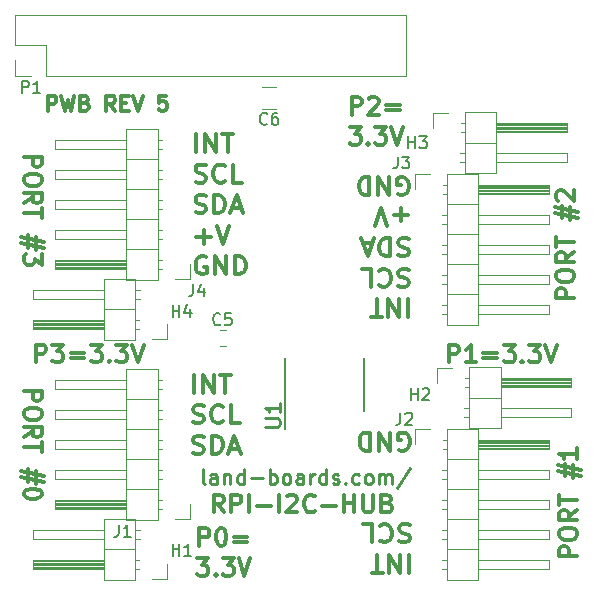
<source format=gto>
G04 #@! TF.GenerationSoftware,KiCad,Pcbnew,(5.1.5)-3*
G04 #@! TF.CreationDate,2021-02-26T08:04:36-05:00*
G04 #@! TF.ProjectId,RPI-I2C-HUB,5250492d-4932-4432-9d48-55422e6b6963,rev?*
G04 #@! TF.SameCoordinates,Original*
G04 #@! TF.FileFunction,Legend,Top*
G04 #@! TF.FilePolarity,Positive*
%FSLAX46Y46*%
G04 Gerber Fmt 4.6, Leading zero omitted, Abs format (unit mm)*
G04 Created by KiCad (PCBNEW (5.1.5)-3) date 2021-02-26 08:04:36*
%MOMM*%
%LPD*%
G04 APERTURE LIST*
%ADD10C,0.300000*%
%ADD11C,0.317500*%
%ADD12C,0.250000*%
%ADD13C,0.150000*%
%ADD14C,0.120000*%
%ADD15C,0.254000*%
G04 APERTURE END LIST*
D10*
X33780523Y-46176671D02*
X33780523Y-47700671D01*
X33024571Y-46176671D02*
X33024571Y-47700671D01*
X32117428Y-46176671D01*
X32117428Y-47700671D01*
X31588261Y-47700671D02*
X30681119Y-47700671D01*
X31134690Y-46176671D02*
X31134690Y-47700671D01*
X33856119Y-43663242D02*
X33629333Y-43590671D01*
X33251357Y-43590671D01*
X33100166Y-43663242D01*
X33024571Y-43735814D01*
X32948976Y-43880957D01*
X32948976Y-44026100D01*
X33024571Y-44171242D01*
X33100166Y-44243814D01*
X33251357Y-44316385D01*
X33553738Y-44388957D01*
X33704928Y-44461528D01*
X33780523Y-44534100D01*
X33856119Y-44679242D01*
X33856119Y-44824385D01*
X33780523Y-44969528D01*
X33704928Y-45042100D01*
X33553738Y-45114671D01*
X33175761Y-45114671D01*
X32948976Y-45042100D01*
X31361476Y-43735814D02*
X31437071Y-43663242D01*
X31663857Y-43590671D01*
X31815047Y-43590671D01*
X32041833Y-43663242D01*
X32193023Y-43808385D01*
X32268619Y-43953528D01*
X32344214Y-44243814D01*
X32344214Y-44461528D01*
X32268619Y-44751814D01*
X32193023Y-44896957D01*
X32041833Y-45042100D01*
X31815047Y-45114671D01*
X31663857Y-45114671D01*
X31437071Y-45042100D01*
X31361476Y-44969528D01*
X29925166Y-43590671D02*
X30681119Y-43590671D01*
X30681119Y-45114671D01*
X32948976Y-37284100D02*
X33100166Y-37356671D01*
X33326952Y-37356671D01*
X33553738Y-37284100D01*
X33704928Y-37138957D01*
X33780523Y-36993814D01*
X33856119Y-36703528D01*
X33856119Y-36485814D01*
X33780523Y-36195528D01*
X33704928Y-36050385D01*
X33553738Y-35905242D01*
X33326952Y-35832671D01*
X33175761Y-35832671D01*
X32948976Y-35905242D01*
X32873380Y-35977814D01*
X32873380Y-36485814D01*
X33175761Y-36485814D01*
X32193023Y-35832671D02*
X32193023Y-37356671D01*
X31285880Y-35832671D01*
X31285880Y-37356671D01*
X30529928Y-35832671D02*
X30529928Y-37356671D01*
X30151952Y-37356671D01*
X29925166Y-37284100D01*
X29773976Y-37138957D01*
X29698380Y-36993814D01*
X29622785Y-36703528D01*
X29622785Y-36485814D01*
X29698380Y-36195528D01*
X29773976Y-36050385D01*
X29925166Y-35905242D01*
X30151952Y-35832671D01*
X30529928Y-35832671D01*
X15622476Y-32444228D02*
X15622476Y-30920228D01*
X16378428Y-32444228D02*
X16378428Y-30920228D01*
X17285571Y-32444228D01*
X17285571Y-30920228D01*
X17814738Y-30920228D02*
X18721880Y-30920228D01*
X18268309Y-32444228D02*
X18268309Y-30920228D01*
X15546880Y-34957657D02*
X15773666Y-35030228D01*
X16151642Y-35030228D01*
X16302833Y-34957657D01*
X16378428Y-34885085D01*
X16454023Y-34739942D01*
X16454023Y-34594800D01*
X16378428Y-34449657D01*
X16302833Y-34377085D01*
X16151642Y-34304514D01*
X15849261Y-34231942D01*
X15698071Y-34159371D01*
X15622476Y-34086800D01*
X15546880Y-33941657D01*
X15546880Y-33796514D01*
X15622476Y-33651371D01*
X15698071Y-33578800D01*
X15849261Y-33506228D01*
X16227238Y-33506228D01*
X16454023Y-33578800D01*
X18041523Y-34885085D02*
X17965928Y-34957657D01*
X17739142Y-35030228D01*
X17587952Y-35030228D01*
X17361166Y-34957657D01*
X17209976Y-34812514D01*
X17134380Y-34667371D01*
X17058785Y-34377085D01*
X17058785Y-34159371D01*
X17134380Y-33869085D01*
X17209976Y-33723942D01*
X17361166Y-33578800D01*
X17587952Y-33506228D01*
X17739142Y-33506228D01*
X17965928Y-33578800D01*
X18041523Y-33651371D01*
X19477833Y-35030228D02*
X18721880Y-35030228D01*
X18721880Y-33506228D01*
X15546880Y-37543657D02*
X15773666Y-37616228D01*
X16151642Y-37616228D01*
X16302833Y-37543657D01*
X16378428Y-37471085D01*
X16454023Y-37325942D01*
X16454023Y-37180800D01*
X16378428Y-37035657D01*
X16302833Y-36963085D01*
X16151642Y-36890514D01*
X15849261Y-36817942D01*
X15698071Y-36745371D01*
X15622476Y-36672800D01*
X15546880Y-36527657D01*
X15546880Y-36382514D01*
X15622476Y-36237371D01*
X15698071Y-36164800D01*
X15849261Y-36092228D01*
X16227238Y-36092228D01*
X16454023Y-36164800D01*
X17134380Y-37616228D02*
X17134380Y-36092228D01*
X17512357Y-36092228D01*
X17739142Y-36164800D01*
X17890333Y-36309942D01*
X17965928Y-36455085D01*
X18041523Y-36745371D01*
X18041523Y-36963085D01*
X17965928Y-37253371D01*
X17890333Y-37398514D01*
X17739142Y-37543657D01*
X17512357Y-37616228D01*
X17134380Y-37616228D01*
X18646285Y-37180800D02*
X19402238Y-37180800D01*
X18495095Y-37616228D02*
X19024261Y-36092228D01*
X19553428Y-37616228D01*
X33717023Y-24548571D02*
X33717023Y-26072571D01*
X32961071Y-24548571D02*
X32961071Y-26072571D01*
X32053928Y-24548571D01*
X32053928Y-26072571D01*
X31524761Y-26072571D02*
X30617619Y-26072571D01*
X31071190Y-24548571D02*
X31071190Y-26072571D01*
X33792619Y-22035142D02*
X33565833Y-21962571D01*
X33187857Y-21962571D01*
X33036666Y-22035142D01*
X32961071Y-22107714D01*
X32885476Y-22252857D01*
X32885476Y-22398000D01*
X32961071Y-22543142D01*
X33036666Y-22615714D01*
X33187857Y-22688285D01*
X33490238Y-22760857D01*
X33641428Y-22833428D01*
X33717023Y-22906000D01*
X33792619Y-23051142D01*
X33792619Y-23196285D01*
X33717023Y-23341428D01*
X33641428Y-23414000D01*
X33490238Y-23486571D01*
X33112261Y-23486571D01*
X32885476Y-23414000D01*
X31297976Y-22107714D02*
X31373571Y-22035142D01*
X31600357Y-21962571D01*
X31751547Y-21962571D01*
X31978333Y-22035142D01*
X32129523Y-22180285D01*
X32205119Y-22325428D01*
X32280714Y-22615714D01*
X32280714Y-22833428D01*
X32205119Y-23123714D01*
X32129523Y-23268857D01*
X31978333Y-23414000D01*
X31751547Y-23486571D01*
X31600357Y-23486571D01*
X31373571Y-23414000D01*
X31297976Y-23341428D01*
X29861666Y-21962571D02*
X30617619Y-21962571D01*
X30617619Y-23486571D01*
X33792619Y-19449142D02*
X33565833Y-19376571D01*
X33187857Y-19376571D01*
X33036666Y-19449142D01*
X32961071Y-19521714D01*
X32885476Y-19666857D01*
X32885476Y-19812000D01*
X32961071Y-19957142D01*
X33036666Y-20029714D01*
X33187857Y-20102285D01*
X33490238Y-20174857D01*
X33641428Y-20247428D01*
X33717023Y-20320000D01*
X33792619Y-20465142D01*
X33792619Y-20610285D01*
X33717023Y-20755428D01*
X33641428Y-20828000D01*
X33490238Y-20900571D01*
X33112261Y-20900571D01*
X32885476Y-20828000D01*
X32205119Y-19376571D02*
X32205119Y-20900571D01*
X31827142Y-20900571D01*
X31600357Y-20828000D01*
X31449166Y-20682857D01*
X31373571Y-20537714D01*
X31297976Y-20247428D01*
X31297976Y-20029714D01*
X31373571Y-19739428D01*
X31449166Y-19594285D01*
X31600357Y-19449142D01*
X31827142Y-19376571D01*
X32205119Y-19376571D01*
X30693214Y-19812000D02*
X29937261Y-19812000D01*
X30844404Y-19376571D02*
X30315238Y-20900571D01*
X29786071Y-19376571D01*
X33717023Y-17371142D02*
X32507500Y-17371142D01*
X33112261Y-16790571D02*
X33112261Y-17951714D01*
X31978333Y-18314571D02*
X31449166Y-16790571D01*
X30920000Y-18314571D01*
X32885476Y-15656000D02*
X33036666Y-15728571D01*
X33263452Y-15728571D01*
X33490238Y-15656000D01*
X33641428Y-15510857D01*
X33717023Y-15365714D01*
X33792619Y-15075428D01*
X33792619Y-14857714D01*
X33717023Y-14567428D01*
X33641428Y-14422285D01*
X33490238Y-14277142D01*
X33263452Y-14204571D01*
X33112261Y-14204571D01*
X32885476Y-14277142D01*
X32809880Y-14349714D01*
X32809880Y-14857714D01*
X33112261Y-14857714D01*
X32129523Y-14204571D02*
X32129523Y-15728571D01*
X31222380Y-14204571D01*
X31222380Y-15728571D01*
X30466428Y-14204571D02*
X30466428Y-15728571D01*
X30088452Y-15728571D01*
X29861666Y-15656000D01*
X29710476Y-15510857D01*
X29634880Y-15365714D01*
X29559285Y-15075428D01*
X29559285Y-14857714D01*
X29634880Y-14567428D01*
X29710476Y-14422285D01*
X29861666Y-14277142D01*
X30088452Y-14204571D01*
X30466428Y-14204571D01*
X15812976Y-12078228D02*
X15812976Y-10554228D01*
X16568928Y-12078228D02*
X16568928Y-10554228D01*
X17476071Y-12078228D01*
X17476071Y-10554228D01*
X18005238Y-10554228D02*
X18912380Y-10554228D01*
X18458809Y-12078228D02*
X18458809Y-10554228D01*
X15737380Y-14591657D02*
X15964166Y-14664228D01*
X16342142Y-14664228D01*
X16493333Y-14591657D01*
X16568928Y-14519085D01*
X16644523Y-14373942D01*
X16644523Y-14228800D01*
X16568928Y-14083657D01*
X16493333Y-14011085D01*
X16342142Y-13938514D01*
X16039761Y-13865942D01*
X15888571Y-13793371D01*
X15812976Y-13720800D01*
X15737380Y-13575657D01*
X15737380Y-13430514D01*
X15812976Y-13285371D01*
X15888571Y-13212800D01*
X16039761Y-13140228D01*
X16417738Y-13140228D01*
X16644523Y-13212800D01*
X18232023Y-14519085D02*
X18156428Y-14591657D01*
X17929642Y-14664228D01*
X17778452Y-14664228D01*
X17551666Y-14591657D01*
X17400476Y-14446514D01*
X17324880Y-14301371D01*
X17249285Y-14011085D01*
X17249285Y-13793371D01*
X17324880Y-13503085D01*
X17400476Y-13357942D01*
X17551666Y-13212800D01*
X17778452Y-13140228D01*
X17929642Y-13140228D01*
X18156428Y-13212800D01*
X18232023Y-13285371D01*
X19668333Y-14664228D02*
X18912380Y-14664228D01*
X18912380Y-13140228D01*
X15737380Y-17177657D02*
X15964166Y-17250228D01*
X16342142Y-17250228D01*
X16493333Y-17177657D01*
X16568928Y-17105085D01*
X16644523Y-16959942D01*
X16644523Y-16814800D01*
X16568928Y-16669657D01*
X16493333Y-16597085D01*
X16342142Y-16524514D01*
X16039761Y-16451942D01*
X15888571Y-16379371D01*
X15812976Y-16306800D01*
X15737380Y-16161657D01*
X15737380Y-16016514D01*
X15812976Y-15871371D01*
X15888571Y-15798800D01*
X16039761Y-15726228D01*
X16417738Y-15726228D01*
X16644523Y-15798800D01*
X17324880Y-17250228D02*
X17324880Y-15726228D01*
X17702857Y-15726228D01*
X17929642Y-15798800D01*
X18080833Y-15943942D01*
X18156428Y-16089085D01*
X18232023Y-16379371D01*
X18232023Y-16597085D01*
X18156428Y-16887371D01*
X18080833Y-17032514D01*
X17929642Y-17177657D01*
X17702857Y-17250228D01*
X17324880Y-17250228D01*
X18836785Y-16814800D02*
X19592738Y-16814800D01*
X18685595Y-17250228D02*
X19214761Y-15726228D01*
X19743928Y-17250228D01*
X15812976Y-19255657D02*
X17022500Y-19255657D01*
X16417738Y-19836228D02*
X16417738Y-18675085D01*
X17551666Y-18312228D02*
X18080833Y-19836228D01*
X18610000Y-18312228D01*
X16644523Y-20970800D02*
X16493333Y-20898228D01*
X16266547Y-20898228D01*
X16039761Y-20970800D01*
X15888571Y-21115942D01*
X15812976Y-21261085D01*
X15737380Y-21551371D01*
X15737380Y-21769085D01*
X15812976Y-22059371D01*
X15888571Y-22204514D01*
X16039761Y-22349657D01*
X16266547Y-22422228D01*
X16417738Y-22422228D01*
X16644523Y-22349657D01*
X16720119Y-22277085D01*
X16720119Y-21769085D01*
X16417738Y-21769085D01*
X17400476Y-22422228D02*
X17400476Y-20898228D01*
X18307619Y-22422228D01*
X18307619Y-20898228D01*
X19063571Y-22422228D02*
X19063571Y-20898228D01*
X19441547Y-20898228D01*
X19668333Y-20970800D01*
X19819523Y-21115942D01*
X19895119Y-21261085D01*
X19970714Y-21551371D01*
X19970714Y-21769085D01*
X19895119Y-22059371D01*
X19819523Y-22204514D01*
X19668333Y-22349657D01*
X19441547Y-22422228D01*
X19063571Y-22422228D01*
X16061785Y-45415671D02*
X16061785Y-43915671D01*
X16633214Y-43915671D01*
X16776071Y-43987100D01*
X16847500Y-44058528D01*
X16918928Y-44201385D01*
X16918928Y-44415671D01*
X16847500Y-44558528D01*
X16776071Y-44629957D01*
X16633214Y-44701385D01*
X16061785Y-44701385D01*
X17847500Y-43915671D02*
X17990357Y-43915671D01*
X18133214Y-43987100D01*
X18204642Y-44058528D01*
X18276071Y-44201385D01*
X18347500Y-44487100D01*
X18347500Y-44844242D01*
X18276071Y-45129957D01*
X18204642Y-45272814D01*
X18133214Y-45344242D01*
X17990357Y-45415671D01*
X17847500Y-45415671D01*
X17704642Y-45344242D01*
X17633214Y-45272814D01*
X17561785Y-45129957D01*
X17490357Y-44844242D01*
X17490357Y-44487100D01*
X17561785Y-44201385D01*
X17633214Y-44058528D01*
X17704642Y-43987100D01*
X17847500Y-43915671D01*
X18990357Y-44629957D02*
X20133214Y-44629957D01*
X20133214Y-45058528D02*
X18990357Y-45058528D01*
X15883214Y-46465671D02*
X16811785Y-46465671D01*
X16311785Y-47037100D01*
X16526071Y-47037100D01*
X16668928Y-47108528D01*
X16740357Y-47179957D01*
X16811785Y-47322814D01*
X16811785Y-47679957D01*
X16740357Y-47822814D01*
X16668928Y-47894242D01*
X16526071Y-47965671D01*
X16097500Y-47965671D01*
X15954642Y-47894242D01*
X15883214Y-47822814D01*
X17454642Y-47822814D02*
X17526071Y-47894242D01*
X17454642Y-47965671D01*
X17383214Y-47894242D01*
X17454642Y-47822814D01*
X17454642Y-47965671D01*
X18026071Y-46465671D02*
X18954642Y-46465671D01*
X18454642Y-47037100D01*
X18668928Y-47037100D01*
X18811785Y-47108528D01*
X18883214Y-47179957D01*
X18954642Y-47322814D01*
X18954642Y-47679957D01*
X18883214Y-47822814D01*
X18811785Y-47894242D01*
X18668928Y-47965671D01*
X18240357Y-47965671D01*
X18097500Y-47894242D01*
X18026071Y-47822814D01*
X19383214Y-46465671D02*
X19883214Y-47965671D01*
X20383214Y-46465671D01*
X28964285Y-8903571D02*
X28964285Y-7403571D01*
X29535714Y-7403571D01*
X29678571Y-7475000D01*
X29750000Y-7546428D01*
X29821428Y-7689285D01*
X29821428Y-7903571D01*
X29750000Y-8046428D01*
X29678571Y-8117857D01*
X29535714Y-8189285D01*
X28964285Y-8189285D01*
X30392857Y-7546428D02*
X30464285Y-7475000D01*
X30607142Y-7403571D01*
X30964285Y-7403571D01*
X31107142Y-7475000D01*
X31178571Y-7546428D01*
X31250000Y-7689285D01*
X31250000Y-7832142D01*
X31178571Y-8046428D01*
X30321428Y-8903571D01*
X31250000Y-8903571D01*
X31892857Y-8117857D02*
X33035714Y-8117857D01*
X33035714Y-8546428D02*
X31892857Y-8546428D01*
X28785714Y-9953571D02*
X29714285Y-9953571D01*
X29214285Y-10525000D01*
X29428571Y-10525000D01*
X29571428Y-10596428D01*
X29642857Y-10667857D01*
X29714285Y-10810714D01*
X29714285Y-11167857D01*
X29642857Y-11310714D01*
X29571428Y-11382142D01*
X29428571Y-11453571D01*
X29000000Y-11453571D01*
X28857142Y-11382142D01*
X28785714Y-11310714D01*
X30357142Y-11310714D02*
X30428571Y-11382142D01*
X30357142Y-11453571D01*
X30285714Y-11382142D01*
X30357142Y-11310714D01*
X30357142Y-11453571D01*
X30928571Y-9953571D02*
X31857142Y-9953571D01*
X31357142Y-10525000D01*
X31571428Y-10525000D01*
X31714285Y-10596428D01*
X31785714Y-10667857D01*
X31857142Y-10810714D01*
X31857142Y-11167857D01*
X31785714Y-11310714D01*
X31714285Y-11382142D01*
X31571428Y-11453571D01*
X31142857Y-11453571D01*
X31000000Y-11382142D01*
X30928571Y-11310714D01*
X32285714Y-9953571D02*
X32785714Y-11453571D01*
X33285714Y-9953571D01*
X37191714Y-29888571D02*
X37191714Y-28388571D01*
X37763142Y-28388571D01*
X37906000Y-28460000D01*
X37977428Y-28531428D01*
X38048857Y-28674285D01*
X38048857Y-28888571D01*
X37977428Y-29031428D01*
X37906000Y-29102857D01*
X37763142Y-29174285D01*
X37191714Y-29174285D01*
X39477428Y-29888571D02*
X38620285Y-29888571D01*
X39048857Y-29888571D02*
X39048857Y-28388571D01*
X38906000Y-28602857D01*
X38763142Y-28745714D01*
X38620285Y-28817142D01*
X40120285Y-29102857D02*
X41263142Y-29102857D01*
X41263142Y-29531428D02*
X40120285Y-29531428D01*
X41834571Y-28388571D02*
X42763142Y-28388571D01*
X42263142Y-28960000D01*
X42477428Y-28960000D01*
X42620285Y-29031428D01*
X42691714Y-29102857D01*
X42763142Y-29245714D01*
X42763142Y-29602857D01*
X42691714Y-29745714D01*
X42620285Y-29817142D01*
X42477428Y-29888571D01*
X42048857Y-29888571D01*
X41906000Y-29817142D01*
X41834571Y-29745714D01*
X43406000Y-29745714D02*
X43477428Y-29817142D01*
X43406000Y-29888571D01*
X43334571Y-29817142D01*
X43406000Y-29745714D01*
X43406000Y-29888571D01*
X43977428Y-28388571D02*
X44906000Y-28388571D01*
X44406000Y-28960000D01*
X44620285Y-28960000D01*
X44763142Y-29031428D01*
X44834571Y-29102857D01*
X44906000Y-29245714D01*
X44906000Y-29602857D01*
X44834571Y-29745714D01*
X44763142Y-29817142D01*
X44620285Y-29888571D01*
X44191714Y-29888571D01*
X44048857Y-29817142D01*
X43977428Y-29745714D01*
X45334571Y-28388571D02*
X45834571Y-29888571D01*
X46334571Y-28388571D01*
X2235714Y-29878571D02*
X2235714Y-28378571D01*
X2807142Y-28378571D01*
X2950000Y-28450000D01*
X3021428Y-28521428D01*
X3092857Y-28664285D01*
X3092857Y-28878571D01*
X3021428Y-29021428D01*
X2950000Y-29092857D01*
X2807142Y-29164285D01*
X2235714Y-29164285D01*
X3592857Y-28378571D02*
X4521428Y-28378571D01*
X4021428Y-28950000D01*
X4235714Y-28950000D01*
X4378571Y-29021428D01*
X4450000Y-29092857D01*
X4521428Y-29235714D01*
X4521428Y-29592857D01*
X4450000Y-29735714D01*
X4378571Y-29807142D01*
X4235714Y-29878571D01*
X3807142Y-29878571D01*
X3664285Y-29807142D01*
X3592857Y-29735714D01*
X5164285Y-29092857D02*
X6307142Y-29092857D01*
X6307142Y-29521428D02*
X5164285Y-29521428D01*
X6878571Y-28378571D02*
X7807142Y-28378571D01*
X7307142Y-28950000D01*
X7521428Y-28950000D01*
X7664285Y-29021428D01*
X7735714Y-29092857D01*
X7807142Y-29235714D01*
X7807142Y-29592857D01*
X7735714Y-29735714D01*
X7664285Y-29807142D01*
X7521428Y-29878571D01*
X7092857Y-29878571D01*
X6950000Y-29807142D01*
X6878571Y-29735714D01*
X8450000Y-29735714D02*
X8521428Y-29807142D01*
X8450000Y-29878571D01*
X8378571Y-29807142D01*
X8450000Y-29735714D01*
X8450000Y-29878571D01*
X9021428Y-28378571D02*
X9950000Y-28378571D01*
X9450000Y-28950000D01*
X9664285Y-28950000D01*
X9807142Y-29021428D01*
X9878571Y-29092857D01*
X9950000Y-29235714D01*
X9950000Y-29592857D01*
X9878571Y-29735714D01*
X9807142Y-29807142D01*
X9664285Y-29878571D01*
X9235714Y-29878571D01*
X9092857Y-29807142D01*
X9021428Y-29735714D01*
X10378571Y-28378571D02*
X10878571Y-29878571D01*
X11378571Y-28378571D01*
X1226428Y-12482285D02*
X2726428Y-12482285D01*
X2726428Y-13053714D01*
X2655000Y-13196571D01*
X2583571Y-13268000D01*
X2440714Y-13339428D01*
X2226428Y-13339428D01*
X2083571Y-13268000D01*
X2012142Y-13196571D01*
X1940714Y-13053714D01*
X1940714Y-12482285D01*
X2726428Y-14268000D02*
X2726428Y-14553714D01*
X2655000Y-14696571D01*
X2512142Y-14839428D01*
X2226428Y-14910857D01*
X1726428Y-14910857D01*
X1440714Y-14839428D01*
X1297857Y-14696571D01*
X1226428Y-14553714D01*
X1226428Y-14268000D01*
X1297857Y-14125142D01*
X1440714Y-13982285D01*
X1726428Y-13910857D01*
X2226428Y-13910857D01*
X2512142Y-13982285D01*
X2655000Y-14125142D01*
X2726428Y-14268000D01*
X1226428Y-16410857D02*
X1940714Y-15910857D01*
X1226428Y-15553714D02*
X2726428Y-15553714D01*
X2726428Y-16125142D01*
X2655000Y-16268000D01*
X2583571Y-16339428D01*
X2440714Y-16410857D01*
X2226428Y-16410857D01*
X2083571Y-16339428D01*
X2012142Y-16268000D01*
X1940714Y-16125142D01*
X1940714Y-15553714D01*
X2726428Y-16839428D02*
X2726428Y-17696571D01*
X1226428Y-17268000D02*
X2726428Y-17268000D01*
X2226428Y-19268000D02*
X2226428Y-20339428D01*
X2869285Y-19696571D02*
X940714Y-19268000D01*
X1583571Y-20196571D02*
X1583571Y-19125142D01*
X940714Y-19768000D02*
X2869285Y-20196571D01*
X2726428Y-20696571D02*
X2726428Y-21625142D01*
X2154999Y-21125142D01*
X2154999Y-21339428D01*
X2083571Y-21482285D01*
X2012142Y-21553714D01*
X1869285Y-21625142D01*
X1512142Y-21625142D01*
X1369285Y-21553714D01*
X1297857Y-21482285D01*
X1226428Y-21339428D01*
X1226428Y-20910857D01*
X1297857Y-20768000D01*
X1369285Y-20696571D01*
X1226428Y-32294285D02*
X2726428Y-32294285D01*
X2726428Y-32865714D01*
X2655000Y-33008571D01*
X2583571Y-33080000D01*
X2440714Y-33151428D01*
X2226428Y-33151428D01*
X2083571Y-33080000D01*
X2012142Y-33008571D01*
X1940714Y-32865714D01*
X1940714Y-32294285D01*
X2726428Y-34080000D02*
X2726428Y-34365714D01*
X2655000Y-34508571D01*
X2512142Y-34651428D01*
X2226428Y-34722857D01*
X1726428Y-34722857D01*
X1440714Y-34651428D01*
X1297857Y-34508571D01*
X1226428Y-34365714D01*
X1226428Y-34080000D01*
X1297857Y-33937142D01*
X1440714Y-33794285D01*
X1726428Y-33722857D01*
X2226428Y-33722857D01*
X2512142Y-33794285D01*
X2655000Y-33937142D01*
X2726428Y-34080000D01*
X1226428Y-36222857D02*
X1940714Y-35722857D01*
X1226428Y-35365714D02*
X2726428Y-35365714D01*
X2726428Y-35937142D01*
X2655000Y-36080000D01*
X2583571Y-36151428D01*
X2440714Y-36222857D01*
X2226428Y-36222857D01*
X2083571Y-36151428D01*
X2012142Y-36080000D01*
X1940714Y-35937142D01*
X1940714Y-35365714D01*
X2726428Y-36651428D02*
X2726428Y-37508571D01*
X1226428Y-37080000D02*
X2726428Y-37080000D01*
X2226428Y-39080000D02*
X2226428Y-40151428D01*
X2869285Y-39508571D02*
X940714Y-39080000D01*
X1583571Y-40008571D02*
X1583571Y-38937142D01*
X940714Y-39580000D02*
X2869285Y-40008571D01*
X2726428Y-40937142D02*
X2726428Y-41080000D01*
X2654999Y-41222857D01*
X2583571Y-41294285D01*
X2440714Y-41365714D01*
X2154999Y-41437142D01*
X1797857Y-41437142D01*
X1512142Y-41365714D01*
X1369285Y-41294285D01*
X1297857Y-41222857D01*
X1226428Y-41080000D01*
X1226428Y-40937142D01*
X1297857Y-40794285D01*
X1369285Y-40722857D01*
X1512142Y-40651428D01*
X1797857Y-40580000D01*
X2154999Y-40580000D01*
X2440714Y-40651428D01*
X2583571Y-40722857D01*
X2654999Y-40794285D01*
X2726428Y-40937142D01*
X47795571Y-24474714D02*
X46295571Y-24474714D01*
X46295571Y-23903285D01*
X46367000Y-23760428D01*
X46438428Y-23689000D01*
X46581285Y-23617571D01*
X46795571Y-23617571D01*
X46938428Y-23689000D01*
X47009857Y-23760428D01*
X47081285Y-23903285D01*
X47081285Y-24474714D01*
X46295571Y-22689000D02*
X46295571Y-22403285D01*
X46367000Y-22260428D01*
X46509857Y-22117571D01*
X46795571Y-22046142D01*
X47295571Y-22046142D01*
X47581285Y-22117571D01*
X47724142Y-22260428D01*
X47795571Y-22403285D01*
X47795571Y-22689000D01*
X47724142Y-22831857D01*
X47581285Y-22974714D01*
X47295571Y-23046142D01*
X46795571Y-23046142D01*
X46509857Y-22974714D01*
X46367000Y-22831857D01*
X46295571Y-22689000D01*
X47795571Y-20546142D02*
X47081285Y-21046142D01*
X47795571Y-21403285D02*
X46295571Y-21403285D01*
X46295571Y-20831857D01*
X46367000Y-20689000D01*
X46438428Y-20617571D01*
X46581285Y-20546142D01*
X46795571Y-20546142D01*
X46938428Y-20617571D01*
X47009857Y-20689000D01*
X47081285Y-20831857D01*
X47081285Y-21403285D01*
X46295571Y-20117571D02*
X46295571Y-19260428D01*
X47795571Y-19689000D02*
X46295571Y-19689000D01*
X46795571Y-17689000D02*
X46795571Y-16617571D01*
X46152714Y-17260428D02*
X48081285Y-17689000D01*
X47438428Y-16760428D02*
X47438428Y-17831857D01*
X48081285Y-17189000D02*
X46152714Y-16760428D01*
X46438428Y-16189000D02*
X46367000Y-16117571D01*
X46295571Y-15974714D01*
X46295571Y-15617571D01*
X46367000Y-15474714D01*
X46438428Y-15403285D01*
X46581285Y-15331857D01*
X46724142Y-15331857D01*
X46938428Y-15403285D01*
X47795571Y-16260428D01*
X47795571Y-15331857D01*
X48049571Y-46318714D02*
X46549571Y-46318714D01*
X46549571Y-45747285D01*
X46621000Y-45604428D01*
X46692428Y-45533000D01*
X46835285Y-45461571D01*
X47049571Y-45461571D01*
X47192428Y-45533000D01*
X47263857Y-45604428D01*
X47335285Y-45747285D01*
X47335285Y-46318714D01*
X46549571Y-44533000D02*
X46549571Y-44247285D01*
X46621000Y-44104428D01*
X46763857Y-43961571D01*
X47049571Y-43890142D01*
X47549571Y-43890142D01*
X47835285Y-43961571D01*
X47978142Y-44104428D01*
X48049571Y-44247285D01*
X48049571Y-44533000D01*
X47978142Y-44675857D01*
X47835285Y-44818714D01*
X47549571Y-44890142D01*
X47049571Y-44890142D01*
X46763857Y-44818714D01*
X46621000Y-44675857D01*
X46549571Y-44533000D01*
X48049571Y-42390142D02*
X47335285Y-42890142D01*
X48049571Y-43247285D02*
X46549571Y-43247285D01*
X46549571Y-42675857D01*
X46621000Y-42533000D01*
X46692428Y-42461571D01*
X46835285Y-42390142D01*
X47049571Y-42390142D01*
X47192428Y-42461571D01*
X47263857Y-42533000D01*
X47335285Y-42675857D01*
X47335285Y-43247285D01*
X46549571Y-41961571D02*
X46549571Y-41104428D01*
X48049571Y-41533000D02*
X46549571Y-41533000D01*
X47049571Y-39533000D02*
X47049571Y-38461571D01*
X46406714Y-39104428D02*
X48335285Y-39533000D01*
X47692428Y-38604428D02*
X47692428Y-39675857D01*
X48335285Y-39033000D02*
X46406714Y-38604428D01*
X48049571Y-37175857D02*
X48049571Y-38033000D01*
X48049571Y-37604428D02*
X46549571Y-37604428D01*
X46763857Y-37747285D01*
X46906714Y-37890142D01*
X46978142Y-38033000D01*
X18122142Y-42588571D02*
X17622142Y-41874285D01*
X17265000Y-42588571D02*
X17265000Y-41088571D01*
X17836428Y-41088571D01*
X17979285Y-41160000D01*
X18050714Y-41231428D01*
X18122142Y-41374285D01*
X18122142Y-41588571D01*
X18050714Y-41731428D01*
X17979285Y-41802857D01*
X17836428Y-41874285D01*
X17265000Y-41874285D01*
X18765000Y-42588571D02*
X18765000Y-41088571D01*
X19336428Y-41088571D01*
X19479285Y-41160000D01*
X19550714Y-41231428D01*
X19622142Y-41374285D01*
X19622142Y-41588571D01*
X19550714Y-41731428D01*
X19479285Y-41802857D01*
X19336428Y-41874285D01*
X18765000Y-41874285D01*
X20265000Y-42588571D02*
X20265000Y-41088571D01*
X20979285Y-42017142D02*
X22122142Y-42017142D01*
X22836428Y-42588571D02*
X22836428Y-41088571D01*
X23479285Y-41231428D02*
X23550714Y-41160000D01*
X23693571Y-41088571D01*
X24050714Y-41088571D01*
X24193571Y-41160000D01*
X24265000Y-41231428D01*
X24336428Y-41374285D01*
X24336428Y-41517142D01*
X24265000Y-41731428D01*
X23407857Y-42588571D01*
X24336428Y-42588571D01*
X25836428Y-42445714D02*
X25765000Y-42517142D01*
X25550714Y-42588571D01*
X25407857Y-42588571D01*
X25193571Y-42517142D01*
X25050714Y-42374285D01*
X24979285Y-42231428D01*
X24907857Y-41945714D01*
X24907857Y-41731428D01*
X24979285Y-41445714D01*
X25050714Y-41302857D01*
X25193571Y-41160000D01*
X25407857Y-41088571D01*
X25550714Y-41088571D01*
X25765000Y-41160000D01*
X25836428Y-41231428D01*
X26479285Y-42017142D02*
X27622142Y-42017142D01*
X28336428Y-42588571D02*
X28336428Y-41088571D01*
X28336428Y-41802857D02*
X29193571Y-41802857D01*
X29193571Y-42588571D02*
X29193571Y-41088571D01*
X29907857Y-41088571D02*
X29907857Y-42302857D01*
X29979285Y-42445714D01*
X30050714Y-42517142D01*
X30193571Y-42588571D01*
X30479285Y-42588571D01*
X30622142Y-42517142D01*
X30693571Y-42445714D01*
X30765000Y-42302857D01*
X30765000Y-41088571D01*
X31979285Y-41802857D02*
X32193571Y-41874285D01*
X32265000Y-41945714D01*
X32336428Y-42088571D01*
X32336428Y-42302857D01*
X32265000Y-42445714D01*
X32193571Y-42517142D01*
X32050714Y-42588571D01*
X31479285Y-42588571D01*
X31479285Y-41088571D01*
X31979285Y-41088571D01*
X32122142Y-41160000D01*
X32193571Y-41231428D01*
X32265000Y-41374285D01*
X32265000Y-41517142D01*
X32193571Y-41660000D01*
X32122142Y-41731428D01*
X31979285Y-41802857D01*
X31479285Y-41802857D01*
D11*
X3235476Y-8575523D02*
X3235476Y-7305523D01*
X3719285Y-7305523D01*
X3840238Y-7366000D01*
X3900714Y-7426476D01*
X3961190Y-7547428D01*
X3961190Y-7728857D01*
X3900714Y-7849809D01*
X3840238Y-7910285D01*
X3719285Y-7970761D01*
X3235476Y-7970761D01*
X4384523Y-7305523D02*
X4686904Y-8575523D01*
X4928809Y-7668380D01*
X5170714Y-8575523D01*
X5473095Y-7305523D01*
X6380238Y-7910285D02*
X6561666Y-7970761D01*
X6622142Y-8031238D01*
X6682619Y-8152190D01*
X6682619Y-8333619D01*
X6622142Y-8454571D01*
X6561666Y-8515047D01*
X6440714Y-8575523D01*
X5956904Y-8575523D01*
X5956904Y-7305523D01*
X6380238Y-7305523D01*
X6501190Y-7366000D01*
X6561666Y-7426476D01*
X6622142Y-7547428D01*
X6622142Y-7668380D01*
X6561666Y-7789333D01*
X6501190Y-7849809D01*
X6380238Y-7910285D01*
X5956904Y-7910285D01*
X8920238Y-8575523D02*
X8496904Y-7970761D01*
X8194523Y-8575523D02*
X8194523Y-7305523D01*
X8678333Y-7305523D01*
X8799285Y-7366000D01*
X8859761Y-7426476D01*
X8920238Y-7547428D01*
X8920238Y-7728857D01*
X8859761Y-7849809D01*
X8799285Y-7910285D01*
X8678333Y-7970761D01*
X8194523Y-7970761D01*
X9464523Y-7910285D02*
X9887857Y-7910285D01*
X10069285Y-8575523D02*
X9464523Y-8575523D01*
X9464523Y-7305523D01*
X10069285Y-7305523D01*
X10432142Y-7305523D02*
X10855476Y-8575523D01*
X11278809Y-7305523D01*
X13274523Y-7305523D02*
X12669761Y-7305523D01*
X12609285Y-7910285D01*
X12669761Y-7849809D01*
X12790714Y-7789333D01*
X13093095Y-7789333D01*
X13214047Y-7849809D01*
X13274523Y-7910285D01*
X13335000Y-8031238D01*
X13335000Y-8333619D01*
X13274523Y-8454571D01*
X13214047Y-8515047D01*
X13093095Y-8575523D01*
X12790714Y-8575523D01*
X12669761Y-8515047D01*
X12609285Y-8454571D01*
D12*
X16522095Y-40198523D02*
X16401142Y-40138047D01*
X16340666Y-40017095D01*
X16340666Y-38928523D01*
X17550190Y-40198523D02*
X17550190Y-39533285D01*
X17489714Y-39412333D01*
X17368761Y-39351857D01*
X17126857Y-39351857D01*
X17005904Y-39412333D01*
X17550190Y-40138047D02*
X17429238Y-40198523D01*
X17126857Y-40198523D01*
X17005904Y-40138047D01*
X16945428Y-40017095D01*
X16945428Y-39896142D01*
X17005904Y-39775190D01*
X17126857Y-39714714D01*
X17429238Y-39714714D01*
X17550190Y-39654238D01*
X18154952Y-39351857D02*
X18154952Y-40198523D01*
X18154952Y-39472809D02*
X18215428Y-39412333D01*
X18336380Y-39351857D01*
X18517809Y-39351857D01*
X18638761Y-39412333D01*
X18699238Y-39533285D01*
X18699238Y-40198523D01*
X19848285Y-40198523D02*
X19848285Y-38928523D01*
X19848285Y-40138047D02*
X19727333Y-40198523D01*
X19485428Y-40198523D01*
X19364476Y-40138047D01*
X19304000Y-40077571D01*
X19243523Y-39956619D01*
X19243523Y-39593761D01*
X19304000Y-39472809D01*
X19364476Y-39412333D01*
X19485428Y-39351857D01*
X19727333Y-39351857D01*
X19848285Y-39412333D01*
X20453047Y-39714714D02*
X21420666Y-39714714D01*
X22025428Y-40198523D02*
X22025428Y-38928523D01*
X22025428Y-39412333D02*
X22146380Y-39351857D01*
X22388285Y-39351857D01*
X22509238Y-39412333D01*
X22569714Y-39472809D01*
X22630190Y-39593761D01*
X22630190Y-39956619D01*
X22569714Y-40077571D01*
X22509238Y-40138047D01*
X22388285Y-40198523D01*
X22146380Y-40198523D01*
X22025428Y-40138047D01*
X23355904Y-40198523D02*
X23234952Y-40138047D01*
X23174476Y-40077571D01*
X23114000Y-39956619D01*
X23114000Y-39593761D01*
X23174476Y-39472809D01*
X23234952Y-39412333D01*
X23355904Y-39351857D01*
X23537333Y-39351857D01*
X23658285Y-39412333D01*
X23718761Y-39472809D01*
X23779238Y-39593761D01*
X23779238Y-39956619D01*
X23718761Y-40077571D01*
X23658285Y-40138047D01*
X23537333Y-40198523D01*
X23355904Y-40198523D01*
X24867809Y-40198523D02*
X24867809Y-39533285D01*
X24807333Y-39412333D01*
X24686380Y-39351857D01*
X24444476Y-39351857D01*
X24323523Y-39412333D01*
X24867809Y-40138047D02*
X24746857Y-40198523D01*
X24444476Y-40198523D01*
X24323523Y-40138047D01*
X24263047Y-40017095D01*
X24263047Y-39896142D01*
X24323523Y-39775190D01*
X24444476Y-39714714D01*
X24746857Y-39714714D01*
X24867809Y-39654238D01*
X25472571Y-40198523D02*
X25472571Y-39351857D01*
X25472571Y-39593761D02*
X25533047Y-39472809D01*
X25593523Y-39412333D01*
X25714476Y-39351857D01*
X25835428Y-39351857D01*
X26803047Y-40198523D02*
X26803047Y-38928523D01*
X26803047Y-40138047D02*
X26682095Y-40198523D01*
X26440190Y-40198523D01*
X26319238Y-40138047D01*
X26258761Y-40077571D01*
X26198285Y-39956619D01*
X26198285Y-39593761D01*
X26258761Y-39472809D01*
X26319238Y-39412333D01*
X26440190Y-39351857D01*
X26682095Y-39351857D01*
X26803047Y-39412333D01*
X27347333Y-40138047D02*
X27468285Y-40198523D01*
X27710190Y-40198523D01*
X27831142Y-40138047D01*
X27891619Y-40017095D01*
X27891619Y-39956619D01*
X27831142Y-39835666D01*
X27710190Y-39775190D01*
X27528761Y-39775190D01*
X27407809Y-39714714D01*
X27347333Y-39593761D01*
X27347333Y-39533285D01*
X27407809Y-39412333D01*
X27528761Y-39351857D01*
X27710190Y-39351857D01*
X27831142Y-39412333D01*
X28435904Y-40077571D02*
X28496380Y-40138047D01*
X28435904Y-40198523D01*
X28375428Y-40138047D01*
X28435904Y-40077571D01*
X28435904Y-40198523D01*
X29584952Y-40138047D02*
X29464000Y-40198523D01*
X29222095Y-40198523D01*
X29101142Y-40138047D01*
X29040666Y-40077571D01*
X28980190Y-39956619D01*
X28980190Y-39593761D01*
X29040666Y-39472809D01*
X29101142Y-39412333D01*
X29222095Y-39351857D01*
X29464000Y-39351857D01*
X29584952Y-39412333D01*
X30310666Y-40198523D02*
X30189714Y-40138047D01*
X30129238Y-40077571D01*
X30068761Y-39956619D01*
X30068761Y-39593761D01*
X30129238Y-39472809D01*
X30189714Y-39412333D01*
X30310666Y-39351857D01*
X30492095Y-39351857D01*
X30613047Y-39412333D01*
X30673523Y-39472809D01*
X30734000Y-39593761D01*
X30734000Y-39956619D01*
X30673523Y-40077571D01*
X30613047Y-40138047D01*
X30492095Y-40198523D01*
X30310666Y-40198523D01*
X31278285Y-40198523D02*
X31278285Y-39351857D01*
X31278285Y-39472809D02*
X31338761Y-39412333D01*
X31459714Y-39351857D01*
X31641142Y-39351857D01*
X31762095Y-39412333D01*
X31822571Y-39533285D01*
X31822571Y-40198523D01*
X31822571Y-39533285D02*
X31883047Y-39412333D01*
X32004000Y-39351857D01*
X32185428Y-39351857D01*
X32306380Y-39412333D01*
X32366857Y-39533285D01*
X32366857Y-40198523D01*
X33878761Y-38868047D02*
X32790190Y-40500904D01*
D13*
X30045000Y-33975000D02*
X30045000Y-29525000D01*
X23295000Y-35500000D02*
X23295000Y-29525000D01*
D14*
X18295252Y-28523000D02*
X17772748Y-28523000D01*
X18295252Y-27103000D02*
X17772748Y-27103000D01*
X22573064Y-8403000D02*
X21368936Y-8403000D01*
X22573064Y-6583000D02*
X21368936Y-6583000D01*
X10625000Y-48320000D02*
X10625000Y-43120000D01*
X10625000Y-43120000D02*
X7965000Y-43120000D01*
X7965000Y-43120000D02*
X7965000Y-48320000D01*
X7965000Y-48320000D02*
X10625000Y-48320000D01*
X7965000Y-47370000D02*
X1965000Y-47370000D01*
X1965000Y-47370000D02*
X1965000Y-46610000D01*
X1965000Y-46610000D02*
X7965000Y-46610000D01*
X7965000Y-47310000D02*
X1965000Y-47310000D01*
X7965000Y-47190000D02*
X1965000Y-47190000D01*
X7965000Y-47070000D02*
X1965000Y-47070000D01*
X7965000Y-46950000D02*
X1965000Y-46950000D01*
X7965000Y-46830000D02*
X1965000Y-46830000D01*
X7965000Y-46710000D02*
X1965000Y-46710000D01*
X10955000Y-47370000D02*
X10625000Y-47370000D01*
X10955000Y-46610000D02*
X10625000Y-46610000D01*
X10625000Y-45720000D02*
X7965000Y-45720000D01*
X7965000Y-44830000D02*
X1965000Y-44830000D01*
X1965000Y-44830000D02*
X1965000Y-44070000D01*
X1965000Y-44070000D02*
X7965000Y-44070000D01*
X11022071Y-44830000D02*
X10625000Y-44830000D01*
X11022071Y-44070000D02*
X10625000Y-44070000D01*
X13335000Y-46990000D02*
X13335000Y-48260000D01*
X13335000Y-48260000D02*
X12065000Y-48260000D01*
X36195000Y-30330000D02*
X37465000Y-30330000D01*
X36195000Y-31600000D02*
X36195000Y-30330000D01*
X38507929Y-34520000D02*
X38905000Y-34520000D01*
X38507929Y-33760000D02*
X38905000Y-33760000D01*
X47565000Y-34520000D02*
X41565000Y-34520000D01*
X47565000Y-33760000D02*
X47565000Y-34520000D01*
X41565000Y-33760000D02*
X47565000Y-33760000D01*
X38905000Y-32870000D02*
X41565000Y-32870000D01*
X38575000Y-31980000D02*
X38905000Y-31980000D01*
X38575000Y-31220000D02*
X38905000Y-31220000D01*
X41565000Y-31880000D02*
X47565000Y-31880000D01*
X41565000Y-31760000D02*
X47565000Y-31760000D01*
X41565000Y-31640000D02*
X47565000Y-31640000D01*
X41565000Y-31520000D02*
X47565000Y-31520000D01*
X41565000Y-31400000D02*
X47565000Y-31400000D01*
X41565000Y-31280000D02*
X47565000Y-31280000D01*
X47565000Y-31980000D02*
X41565000Y-31980000D01*
X47565000Y-31220000D02*
X47565000Y-31980000D01*
X41565000Y-31220000D02*
X47565000Y-31220000D01*
X41565000Y-30270000D02*
X38905000Y-30270000D01*
X41565000Y-35470000D02*
X41565000Y-30270000D01*
X38905000Y-35470000D02*
X41565000Y-35470000D01*
X38905000Y-30270000D02*
X38905000Y-35470000D01*
X38540000Y-8670000D02*
X38540000Y-13870000D01*
X38540000Y-13870000D02*
X41200000Y-13870000D01*
X41200000Y-13870000D02*
X41200000Y-8670000D01*
X41200000Y-8670000D02*
X38540000Y-8670000D01*
X41200000Y-9620000D02*
X47200000Y-9620000D01*
X47200000Y-9620000D02*
X47200000Y-10380000D01*
X47200000Y-10380000D02*
X41200000Y-10380000D01*
X41200000Y-9680000D02*
X47200000Y-9680000D01*
X41200000Y-9800000D02*
X47200000Y-9800000D01*
X41200000Y-9920000D02*
X47200000Y-9920000D01*
X41200000Y-10040000D02*
X47200000Y-10040000D01*
X41200000Y-10160000D02*
X47200000Y-10160000D01*
X41200000Y-10280000D02*
X47200000Y-10280000D01*
X38210000Y-9620000D02*
X38540000Y-9620000D01*
X38210000Y-10380000D02*
X38540000Y-10380000D01*
X38540000Y-11270000D02*
X41200000Y-11270000D01*
X41200000Y-12160000D02*
X47200000Y-12160000D01*
X47200000Y-12160000D02*
X47200000Y-12920000D01*
X47200000Y-12920000D02*
X41200000Y-12920000D01*
X38142929Y-12160000D02*
X38540000Y-12160000D01*
X38142929Y-12920000D02*
X38540000Y-12920000D01*
X35830000Y-10000000D02*
X35830000Y-8730000D01*
X35830000Y-8730000D02*
X37100000Y-8730000D01*
X13335000Y-27940000D02*
X12065000Y-27940000D01*
X13335000Y-26670000D02*
X13335000Y-27940000D01*
X11022071Y-23750000D02*
X10625000Y-23750000D01*
X11022071Y-24510000D02*
X10625000Y-24510000D01*
X1965000Y-23750000D02*
X7965000Y-23750000D01*
X1965000Y-24510000D02*
X1965000Y-23750000D01*
X7965000Y-24510000D02*
X1965000Y-24510000D01*
X10625000Y-25400000D02*
X7965000Y-25400000D01*
X10955000Y-26290000D02*
X10625000Y-26290000D01*
X10955000Y-27050000D02*
X10625000Y-27050000D01*
X7965000Y-26390000D02*
X1965000Y-26390000D01*
X7965000Y-26510000D02*
X1965000Y-26510000D01*
X7965000Y-26630000D02*
X1965000Y-26630000D01*
X7965000Y-26750000D02*
X1965000Y-26750000D01*
X7965000Y-26870000D02*
X1965000Y-26870000D01*
X7965000Y-26990000D02*
X1965000Y-26990000D01*
X1965000Y-26290000D02*
X7965000Y-26290000D01*
X1965000Y-27050000D02*
X1965000Y-26290000D01*
X7965000Y-27050000D02*
X1965000Y-27050000D01*
X7965000Y-28000000D02*
X10625000Y-28000000D01*
X7965000Y-22800000D02*
X7965000Y-28000000D01*
X10625000Y-22800000D02*
X7965000Y-22800000D01*
X10625000Y-28000000D02*
X10625000Y-22800000D01*
X15240000Y-43180000D02*
X13970000Y-43180000D01*
X15240000Y-41910000D02*
X15240000Y-43180000D01*
X12927071Y-31370000D02*
X12530000Y-31370000D01*
X12927071Y-32130000D02*
X12530000Y-32130000D01*
X3870000Y-31370000D02*
X9870000Y-31370000D01*
X3870000Y-32130000D02*
X3870000Y-31370000D01*
X9870000Y-32130000D02*
X3870000Y-32130000D01*
X12530000Y-33020000D02*
X9870000Y-33020000D01*
X12927071Y-33910000D02*
X12530000Y-33910000D01*
X12927071Y-34670000D02*
X12530000Y-34670000D01*
X3870000Y-33910000D02*
X9870000Y-33910000D01*
X3870000Y-34670000D02*
X3870000Y-33910000D01*
X9870000Y-34670000D02*
X3870000Y-34670000D01*
X12530000Y-35560000D02*
X9870000Y-35560000D01*
X12927071Y-36450000D02*
X12530000Y-36450000D01*
X12927071Y-37210000D02*
X12530000Y-37210000D01*
X3870000Y-36450000D02*
X9870000Y-36450000D01*
X3870000Y-37210000D02*
X3870000Y-36450000D01*
X9870000Y-37210000D02*
X3870000Y-37210000D01*
X12530000Y-38100000D02*
X9870000Y-38100000D01*
X12927071Y-38990000D02*
X12530000Y-38990000D01*
X12927071Y-39750000D02*
X12530000Y-39750000D01*
X3870000Y-38990000D02*
X9870000Y-38990000D01*
X3870000Y-39750000D02*
X3870000Y-38990000D01*
X9870000Y-39750000D02*
X3870000Y-39750000D01*
X12530000Y-40640000D02*
X9870000Y-40640000D01*
X12860000Y-41530000D02*
X12530000Y-41530000D01*
X12860000Y-42290000D02*
X12530000Y-42290000D01*
X9870000Y-41630000D02*
X3870000Y-41630000D01*
X9870000Y-41750000D02*
X3870000Y-41750000D01*
X9870000Y-41870000D02*
X3870000Y-41870000D01*
X9870000Y-41990000D02*
X3870000Y-41990000D01*
X9870000Y-42110000D02*
X3870000Y-42110000D01*
X9870000Y-42230000D02*
X3870000Y-42230000D01*
X3870000Y-41530000D02*
X9870000Y-41530000D01*
X3870000Y-42290000D02*
X3870000Y-41530000D01*
X9870000Y-42290000D02*
X3870000Y-42290000D01*
X9870000Y-43240000D02*
X12530000Y-43240000D01*
X9870000Y-30420000D02*
X9870000Y-43240000D01*
X12530000Y-30420000D02*
X9870000Y-30420000D01*
X12530000Y-43240000D02*
X12530000Y-30420000D01*
X37000000Y-35500000D02*
X37000000Y-48320000D01*
X37000000Y-48320000D02*
X39660000Y-48320000D01*
X39660000Y-48320000D02*
X39660000Y-35500000D01*
X39660000Y-35500000D02*
X37000000Y-35500000D01*
X39660000Y-36450000D02*
X45660000Y-36450000D01*
X45660000Y-36450000D02*
X45660000Y-37210000D01*
X45660000Y-37210000D02*
X39660000Y-37210000D01*
X39660000Y-36510000D02*
X45660000Y-36510000D01*
X39660000Y-36630000D02*
X45660000Y-36630000D01*
X39660000Y-36750000D02*
X45660000Y-36750000D01*
X39660000Y-36870000D02*
X45660000Y-36870000D01*
X39660000Y-36990000D02*
X45660000Y-36990000D01*
X39660000Y-37110000D02*
X45660000Y-37110000D01*
X36670000Y-36450000D02*
X37000000Y-36450000D01*
X36670000Y-37210000D02*
X37000000Y-37210000D01*
X37000000Y-38100000D02*
X39660000Y-38100000D01*
X39660000Y-38990000D02*
X45660000Y-38990000D01*
X45660000Y-38990000D02*
X45660000Y-39750000D01*
X45660000Y-39750000D02*
X39660000Y-39750000D01*
X36602929Y-38990000D02*
X37000000Y-38990000D01*
X36602929Y-39750000D02*
X37000000Y-39750000D01*
X37000000Y-40640000D02*
X39660000Y-40640000D01*
X39660000Y-41530000D02*
X45660000Y-41530000D01*
X45660000Y-41530000D02*
X45660000Y-42290000D01*
X45660000Y-42290000D02*
X39660000Y-42290000D01*
X36602929Y-41530000D02*
X37000000Y-41530000D01*
X36602929Y-42290000D02*
X37000000Y-42290000D01*
X37000000Y-43180000D02*
X39660000Y-43180000D01*
X39660000Y-44070000D02*
X45660000Y-44070000D01*
X45660000Y-44070000D02*
X45660000Y-44830000D01*
X45660000Y-44830000D02*
X39660000Y-44830000D01*
X36602929Y-44070000D02*
X37000000Y-44070000D01*
X36602929Y-44830000D02*
X37000000Y-44830000D01*
X37000000Y-45720000D02*
X39660000Y-45720000D01*
X39660000Y-46610000D02*
X45660000Y-46610000D01*
X45660000Y-46610000D02*
X45660000Y-47370000D01*
X45660000Y-47370000D02*
X39660000Y-47370000D01*
X36602929Y-46610000D02*
X37000000Y-46610000D01*
X36602929Y-47370000D02*
X37000000Y-47370000D01*
X34290000Y-36830000D02*
X34290000Y-35560000D01*
X34290000Y-35560000D02*
X35560000Y-35560000D01*
X34290000Y-13970000D02*
X35560000Y-13970000D01*
X34290000Y-15240000D02*
X34290000Y-13970000D01*
X36602929Y-25780000D02*
X37000000Y-25780000D01*
X36602929Y-25020000D02*
X37000000Y-25020000D01*
X45660000Y-25780000D02*
X39660000Y-25780000D01*
X45660000Y-25020000D02*
X45660000Y-25780000D01*
X39660000Y-25020000D02*
X45660000Y-25020000D01*
X37000000Y-24130000D02*
X39660000Y-24130000D01*
X36602929Y-23240000D02*
X37000000Y-23240000D01*
X36602929Y-22480000D02*
X37000000Y-22480000D01*
X45660000Y-23240000D02*
X39660000Y-23240000D01*
X45660000Y-22480000D02*
X45660000Y-23240000D01*
X39660000Y-22480000D02*
X45660000Y-22480000D01*
X37000000Y-21590000D02*
X39660000Y-21590000D01*
X36602929Y-20700000D02*
X37000000Y-20700000D01*
X36602929Y-19940000D02*
X37000000Y-19940000D01*
X45660000Y-20700000D02*
X39660000Y-20700000D01*
X45660000Y-19940000D02*
X45660000Y-20700000D01*
X39660000Y-19940000D02*
X45660000Y-19940000D01*
X37000000Y-19050000D02*
X39660000Y-19050000D01*
X36602929Y-18160000D02*
X37000000Y-18160000D01*
X36602929Y-17400000D02*
X37000000Y-17400000D01*
X45660000Y-18160000D02*
X39660000Y-18160000D01*
X45660000Y-17400000D02*
X45660000Y-18160000D01*
X39660000Y-17400000D02*
X45660000Y-17400000D01*
X37000000Y-16510000D02*
X39660000Y-16510000D01*
X36670000Y-15620000D02*
X37000000Y-15620000D01*
X36670000Y-14860000D02*
X37000000Y-14860000D01*
X39660000Y-15520000D02*
X45660000Y-15520000D01*
X39660000Y-15400000D02*
X45660000Y-15400000D01*
X39660000Y-15280000D02*
X45660000Y-15280000D01*
X39660000Y-15160000D02*
X45660000Y-15160000D01*
X39660000Y-15040000D02*
X45660000Y-15040000D01*
X39660000Y-14920000D02*
X45660000Y-14920000D01*
X45660000Y-15620000D02*
X39660000Y-15620000D01*
X45660000Y-14860000D02*
X45660000Y-15620000D01*
X39660000Y-14860000D02*
X45660000Y-14860000D01*
X39660000Y-13910000D02*
X37000000Y-13910000D01*
X39660000Y-26730000D02*
X39660000Y-13910000D01*
X37000000Y-26730000D02*
X39660000Y-26730000D01*
X37000000Y-13910000D02*
X37000000Y-26730000D01*
X12530000Y-22920000D02*
X12530000Y-10100000D01*
X12530000Y-10100000D02*
X9870000Y-10100000D01*
X9870000Y-10100000D02*
X9870000Y-22920000D01*
X9870000Y-22920000D02*
X12530000Y-22920000D01*
X9870000Y-21970000D02*
X3870000Y-21970000D01*
X3870000Y-21970000D02*
X3870000Y-21210000D01*
X3870000Y-21210000D02*
X9870000Y-21210000D01*
X9870000Y-21910000D02*
X3870000Y-21910000D01*
X9870000Y-21790000D02*
X3870000Y-21790000D01*
X9870000Y-21670000D02*
X3870000Y-21670000D01*
X9870000Y-21550000D02*
X3870000Y-21550000D01*
X9870000Y-21430000D02*
X3870000Y-21430000D01*
X9870000Y-21310000D02*
X3870000Y-21310000D01*
X12860000Y-21970000D02*
X12530000Y-21970000D01*
X12860000Y-21210000D02*
X12530000Y-21210000D01*
X12530000Y-20320000D02*
X9870000Y-20320000D01*
X9870000Y-19430000D02*
X3870000Y-19430000D01*
X3870000Y-19430000D02*
X3870000Y-18670000D01*
X3870000Y-18670000D02*
X9870000Y-18670000D01*
X12927071Y-19430000D02*
X12530000Y-19430000D01*
X12927071Y-18670000D02*
X12530000Y-18670000D01*
X12530000Y-17780000D02*
X9870000Y-17780000D01*
X9870000Y-16890000D02*
X3870000Y-16890000D01*
X3870000Y-16890000D02*
X3870000Y-16130000D01*
X3870000Y-16130000D02*
X9870000Y-16130000D01*
X12927071Y-16890000D02*
X12530000Y-16890000D01*
X12927071Y-16130000D02*
X12530000Y-16130000D01*
X12530000Y-15240000D02*
X9870000Y-15240000D01*
X9870000Y-14350000D02*
X3870000Y-14350000D01*
X3870000Y-14350000D02*
X3870000Y-13590000D01*
X3870000Y-13590000D02*
X9870000Y-13590000D01*
X12927071Y-14350000D02*
X12530000Y-14350000D01*
X12927071Y-13590000D02*
X12530000Y-13590000D01*
X12530000Y-12700000D02*
X9870000Y-12700000D01*
X9870000Y-11810000D02*
X3870000Y-11810000D01*
X3870000Y-11810000D02*
X3870000Y-11050000D01*
X3870000Y-11050000D02*
X9870000Y-11050000D01*
X12927071Y-11810000D02*
X12530000Y-11810000D01*
X12927071Y-11050000D02*
X12530000Y-11050000D01*
X15240000Y-21590000D02*
X15240000Y-22860000D01*
X15240000Y-22860000D02*
X13970000Y-22860000D01*
X33588000Y-5635300D02*
X33588000Y-435300D01*
X3048000Y-5635300D02*
X33588000Y-5635300D01*
X448000Y-435300D02*
X33588000Y-435300D01*
X3048000Y-5635300D02*
X3048000Y-3035300D01*
X3048000Y-3035300D02*
X448000Y-3035300D01*
X448000Y-3035300D02*
X448000Y-435300D01*
X1778000Y-5635300D02*
X448000Y-5635300D01*
X448000Y-5635300D02*
X448000Y-4305300D01*
D15*
X21618423Y-35346519D02*
X22646519Y-35346519D01*
X22767471Y-35286042D01*
X22827947Y-35225566D01*
X22888423Y-35104614D01*
X22888423Y-34862709D01*
X22827947Y-34741757D01*
X22767471Y-34681280D01*
X22646519Y-34620804D01*
X21618423Y-34620804D01*
X22888423Y-33350804D02*
X22888423Y-34076519D01*
X22888423Y-33713661D02*
X21618423Y-33713661D01*
X21799852Y-33834614D01*
X21920804Y-33955566D01*
X21981280Y-34076519D01*
D13*
X17841933Y-26633442D02*
X17794314Y-26681061D01*
X17651457Y-26728680D01*
X17556219Y-26728680D01*
X17413361Y-26681061D01*
X17318123Y-26585823D01*
X17270504Y-26490585D01*
X17222885Y-26300109D01*
X17222885Y-26157252D01*
X17270504Y-25966776D01*
X17318123Y-25871538D01*
X17413361Y-25776300D01*
X17556219Y-25728680D01*
X17651457Y-25728680D01*
X17794314Y-25776300D01*
X17841933Y-25823919D01*
X18746695Y-25728680D02*
X18270504Y-25728680D01*
X18222885Y-26204871D01*
X18270504Y-26157252D01*
X18365742Y-26109633D01*
X18603838Y-26109633D01*
X18699076Y-26157252D01*
X18746695Y-26204871D01*
X18794314Y-26300109D01*
X18794314Y-26538204D01*
X18746695Y-26633442D01*
X18699076Y-26681061D01*
X18603838Y-26728680D01*
X18365742Y-26728680D01*
X18270504Y-26681061D01*
X18222885Y-26633442D01*
X21804333Y-9670142D02*
X21756714Y-9717761D01*
X21613857Y-9765380D01*
X21518619Y-9765380D01*
X21375761Y-9717761D01*
X21280523Y-9622523D01*
X21232904Y-9527285D01*
X21185285Y-9336809D01*
X21185285Y-9193952D01*
X21232904Y-9003476D01*
X21280523Y-8908238D01*
X21375761Y-8813000D01*
X21518619Y-8765380D01*
X21613857Y-8765380D01*
X21756714Y-8813000D01*
X21804333Y-8860619D01*
X22661476Y-8765380D02*
X22471000Y-8765380D01*
X22375761Y-8813000D01*
X22328142Y-8860619D01*
X22232904Y-9003476D01*
X22185285Y-9193952D01*
X22185285Y-9574904D01*
X22232904Y-9670142D01*
X22280523Y-9717761D01*
X22375761Y-9765380D01*
X22566238Y-9765380D01*
X22661476Y-9717761D01*
X22709095Y-9670142D01*
X22756714Y-9574904D01*
X22756714Y-9336809D01*
X22709095Y-9241571D01*
X22661476Y-9193952D01*
X22566238Y-9146333D01*
X22375761Y-9146333D01*
X22280523Y-9193952D01*
X22232904Y-9241571D01*
X22185285Y-9336809D01*
X13804995Y-46248580D02*
X13804995Y-45248580D01*
X13804995Y-45724771D02*
X14376423Y-45724771D01*
X14376423Y-46248580D02*
X14376423Y-45248580D01*
X15376423Y-46248580D02*
X14804995Y-46248580D01*
X15090709Y-46248580D02*
X15090709Y-45248580D01*
X14995471Y-45391438D01*
X14900233Y-45486676D01*
X14804995Y-45534295D01*
X33972595Y-33068380D02*
X33972595Y-32068380D01*
X33972595Y-32544571D02*
X34544023Y-32544571D01*
X34544023Y-33068380D02*
X34544023Y-32068380D01*
X34972595Y-32163619D02*
X35020214Y-32116000D01*
X35115452Y-32068380D01*
X35353547Y-32068380D01*
X35448785Y-32116000D01*
X35496404Y-32163619D01*
X35544023Y-32258857D01*
X35544023Y-32354095D01*
X35496404Y-32496952D01*
X34924976Y-33068380D01*
X35544023Y-33068380D01*
X33738095Y-11752380D02*
X33738095Y-10752380D01*
X33738095Y-11228571D02*
X34309523Y-11228571D01*
X34309523Y-11752380D02*
X34309523Y-10752380D01*
X34690476Y-10752380D02*
X35309523Y-10752380D01*
X34976190Y-11133333D01*
X35119047Y-11133333D01*
X35214285Y-11180952D01*
X35261904Y-11228571D01*
X35309523Y-11323809D01*
X35309523Y-11561904D01*
X35261904Y-11657142D01*
X35214285Y-11704761D01*
X35119047Y-11752380D01*
X34833333Y-11752380D01*
X34738095Y-11704761D01*
X34690476Y-11657142D01*
X13804995Y-26017480D02*
X13804995Y-25017480D01*
X13804995Y-25493671D02*
X14376423Y-25493671D01*
X14376423Y-26017480D02*
X14376423Y-25017480D01*
X15281185Y-25350814D02*
X15281185Y-26017480D01*
X15043090Y-24969861D02*
X14804995Y-25684147D01*
X15424042Y-25684147D01*
X9251666Y-43632380D02*
X9251666Y-44346666D01*
X9204047Y-44489523D01*
X9108809Y-44584761D01*
X8965952Y-44632380D01*
X8870714Y-44632380D01*
X10251666Y-44632380D02*
X9680238Y-44632380D01*
X9965952Y-44632380D02*
X9965952Y-43632380D01*
X9870714Y-43775238D01*
X9775476Y-43870476D01*
X9680238Y-43918095D01*
X33080366Y-34148780D02*
X33080366Y-34863066D01*
X33032747Y-35005923D01*
X32937509Y-35101161D01*
X32794652Y-35148780D01*
X32699414Y-35148780D01*
X33508938Y-34244019D02*
X33556557Y-34196400D01*
X33651795Y-34148780D01*
X33889890Y-34148780D01*
X33985128Y-34196400D01*
X34032747Y-34244019D01*
X34080366Y-34339257D01*
X34080366Y-34434495D01*
X34032747Y-34577352D01*
X33461319Y-35148780D01*
X34080366Y-35148780D01*
X32851766Y-12457180D02*
X32851766Y-13171466D01*
X32804147Y-13314323D01*
X32708909Y-13409561D01*
X32566052Y-13457180D01*
X32470814Y-13457180D01*
X33232719Y-12457180D02*
X33851766Y-12457180D01*
X33518433Y-12838133D01*
X33661290Y-12838133D01*
X33756528Y-12885752D01*
X33804147Y-12933371D01*
X33851766Y-13028609D01*
X33851766Y-13266704D01*
X33804147Y-13361942D01*
X33756528Y-13409561D01*
X33661290Y-13457180D01*
X33375576Y-13457180D01*
X33280338Y-13409561D01*
X33232719Y-13361942D01*
X15528966Y-23290280D02*
X15528966Y-24004566D01*
X15481347Y-24147423D01*
X15386109Y-24242661D01*
X15243252Y-24290280D01*
X15148014Y-24290280D01*
X16433728Y-23623614D02*
X16433728Y-24290280D01*
X16195633Y-23242661D02*
X15957538Y-23956947D01*
X16576585Y-23956947D01*
X1061904Y-7052380D02*
X1061904Y-6052380D01*
X1442857Y-6052380D01*
X1538095Y-6100000D01*
X1585714Y-6147619D01*
X1633333Y-6242857D01*
X1633333Y-6385714D01*
X1585714Y-6480952D01*
X1538095Y-6528571D01*
X1442857Y-6576190D01*
X1061904Y-6576190D01*
X2585714Y-7052380D02*
X2014285Y-7052380D01*
X2300000Y-7052380D02*
X2300000Y-6052380D01*
X2204761Y-6195238D01*
X2109523Y-6290476D01*
X2014285Y-6338095D01*
M02*

</source>
